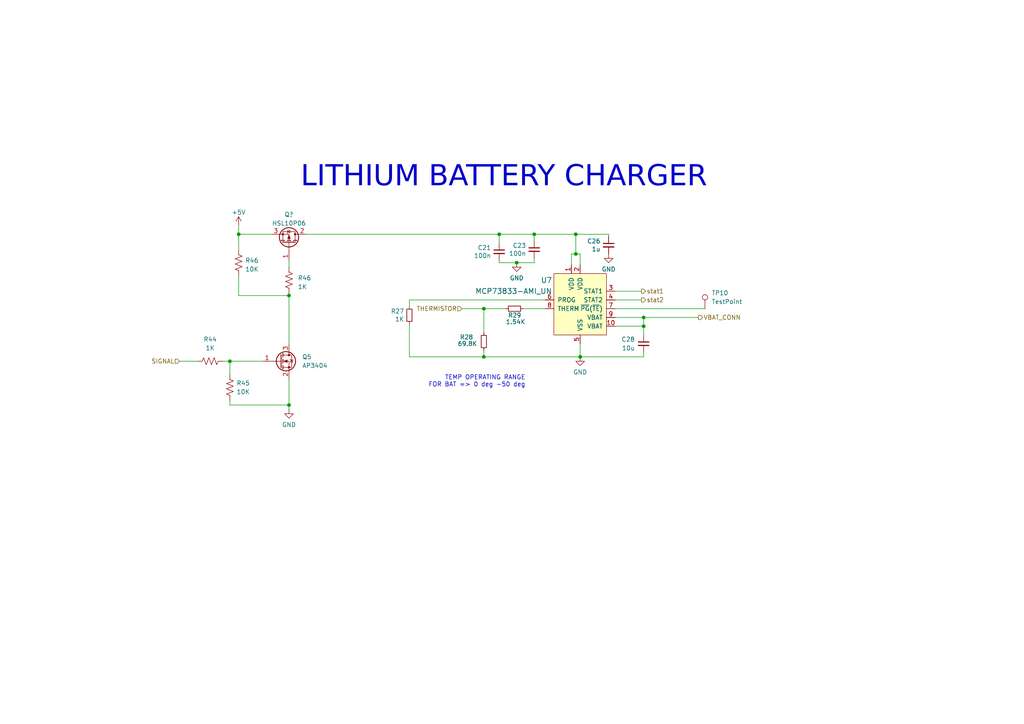
<source format=kicad_sch>
(kicad_sch (version 20230121) (generator eeschema)
  (paper "A4")
  (lib_symbols
    (symbol "Connector:TestPoint" (pin_numbers hide) (pin_names (offset 0.762) hide)
      (property "Reference" "TP" (at 0 6.858 0))
      (property "Value" "TestPoint" (at 0 5.08 0))
      (symbol "TestPoint_0_1"
        (circle (center 0 3.302) (radius 0.762))
      )
      (symbol "TestPoint_1_1"
        (pin passive line (at 0 0 90) (length 2.54) (name "1") (number "1"))
      )
    )
    (symbol "Device:C_Small" (pin_numbers hide) (pin_names (offset 0.254) hide)
      (property "Reference" "C" (at 0.254 1.778 0))
      (property "Value" "C_Small" (at 0.254 -2.032 0))
      (symbol "C_Small_0_1"
        (polyline (pts (xy -1.524 -0.508) (xy 1.524 -0.508)) (stroke (width 0.3302)))
        (polyline (pts (xy -1.524 0.508) (xy 1.524 0.508)) (stroke (width 0.3048)))
      )
      (symbol "C_Small_1_1"
        (pin passive line (at 0 2.54 270) (length 2.032) (name "~") (number "1"))
        (pin passive line (at 0 -2.54 90) (length 2.032) (name "~") (number "2"))
      )
    )
    (symbol "Device:Q_NMOS_GSD" (pin_names (offset 0) hide)
      (property "Reference" "Q" (at 5.08 1.27 0))
      (property "Value" "Q_NMOS_GSD" (at 5.08 -1.27 0))
      (symbol "Q_NMOS_GSD_0_1"
        (polyline (pts (xy 0.254 0) (xy -2.54 0)))
        (polyline (pts (xy 0.254 1.905) (xy 0.254 -1.905)) (stroke (width 0.254)))
        (polyline (pts (xy 0.762 -1.27) (xy 0.762 -2.286)) (stroke (width 0.254)))
        (polyline (pts (xy 0.762 0.508) (xy 0.762 -0.508)) (stroke (width 0.254)))
        (polyline (pts (xy 0.762 2.286) (xy 0.762 1.27)) (stroke (width 0.254)))
        (polyline (pts (xy 2.54 2.54) (xy 2.54 1.778)))
        (polyline (pts (xy 2.54 -2.54) (xy 2.54 0) (xy 0.762 0)))
        (polyline (pts (xy 0.762 -1.778) (xy 3.302 -1.778) (xy 3.302 1.778) (xy 0.762 1.778)))
        (polyline (pts (xy 1.016 0) (xy 2.032 0.381) (xy 2.032 -0.381) (xy 1.016 0)) (fill (type outline)))
        (polyline (pts (xy 2.794 0.508) (xy 2.921 0.381) (xy 3.683 0.381) (xy 3.81 0.254)))
        (polyline (pts (xy 3.302 0.381) (xy 2.921 -0.254) (xy 3.683 -0.254) (xy 3.302 0.381)))
        (circle (center 1.651 0) (radius 2.794) (stroke (width 0.254)))
        (circle (center 2.54 -1.778) (radius 0.254) (fill (type outline)))
        (circle (center 2.54 1.778) (radius 0.254) (fill (type outline)))
      )
      (symbol "Q_NMOS_GSD_1_1"
        (pin input line (at -5.08 0 0) (length 2.54) (name "G") (number "1"))
        (pin passive line (at 2.54 -5.08 90) (length 2.54) (name "S") (number "2"))
        (pin passive line (at 2.54 5.08 270) (length 2.54) (name "D") (number "3"))
      )
    )
    (symbol "Device:Q_PMOS_GDS" (pin_names (offset 0) hide)
      (property "Reference" "Q" (at 5.08 1.27 0))
      (property "Value" "Q_PMOS_GDS" (at 5.08 -1.27 0))
      (symbol "Q_PMOS_GDS_0_1"
        (polyline (pts (xy 0.254 0) (xy -2.54 0)))
        (polyline (pts (xy 0.254 1.905) (xy 0.254 -1.905)) (stroke (width 0.254)))
        (polyline (pts (xy 0.762 -1.27) (xy 0.762 -2.286)) (stroke (width 0.254)))
        (polyline (pts (xy 0.762 0.508) (xy 0.762 -0.508)) (stroke (width 0.254)))
        (polyline (pts (xy 0.762 2.286) (xy 0.762 1.27)) (stroke (width 0.254)))
        (polyline (pts (xy 2.54 2.54) (xy 2.54 1.778)))
        (polyline (pts (xy 2.54 -2.54) (xy 2.54 0) (xy 0.762 0)))
        (polyline (pts (xy 0.762 1.778) (xy 3.302 1.778) (xy 3.302 -1.778) (xy 0.762 -1.778)))
        (polyline (pts (xy 2.286 0) (xy 1.27 0.381) (xy 1.27 -0.381) (xy 2.286 0)) (fill (type outline)))
        (polyline (pts (xy 2.794 -0.508) (xy 2.921 -0.381) (xy 3.683 -0.381) (xy 3.81 -0.254)))
        (polyline (pts (xy 3.302 -0.381) (xy 2.921 0.254) (xy 3.683 0.254) (xy 3.302 -0.381)))
        (circle (center 1.651 0) (radius 2.794) (stroke (width 0.254)))
        (circle (center 2.54 -1.778) (radius 0.254) (fill (type outline)))
        (circle (center 2.54 1.778) (radius 0.254) (fill (type outline)))
      )
      (symbol "Q_PMOS_GDS_1_1"
        (pin input line (at -5.08 0 0) (length 2.54) (name "G") (number "1"))
        (pin passive line (at 2.54 5.08 270) (length 2.54) (name "D") (number "2"))
        (pin passive line (at 2.54 -5.08 90) (length 2.54) (name "S") (number "3"))
      )
    )
    (symbol "Device:R_Small" (pin_numbers hide) (pin_names (offset 0.254) hide)
      (property "Reference" "R" (at 0.762 0.508 0))
      (property "Value" "R_Small" (at 0.762 -1.016 0))
      (symbol "R_Small_0_1"
        (rectangle (start -0.762 1.778) (end 0.762 -1.778) (stroke (width 0.2032)))
      )
      (symbol "R_Small_1_1"
        (pin passive line (at 0 2.54 270) (length 0.762) (name "~") (number "1"))
        (pin passive line (at 0 -2.54 90) (length 0.762) (name "~") (number "2"))
      )
    )
    (symbol "Device:R_US" (pin_numbers hide) (pin_names (offset 0))
      (property "Reference" "R" (at 2.54 0 90))
      (property "Value" "R_US" (at -2.54 0 90))
      (symbol "R_US_0_1"
        (polyline (pts (xy 0 -2.286) (xy 0 -2.54)))
        (polyline (pts (xy 0 2.286) (xy 0 2.54)))
        (polyline (pts (xy 0 -0.762) (xy 1.016 -1.143) (xy 0 -1.524) (xy -1.016 -1.905) (xy 0 -2.286)))
        (polyline (pts (xy 0 0.762) (xy 1.016 0.381) (xy 0 0) (xy -1.016 -0.381) (xy 0 -0.762)))
        (polyline (pts (xy 0 2.286) (xy 1.016 1.905) (xy 0 1.524) (xy -1.016 1.143) (xy 0 0.762)))
      )
      (symbol "R_US_1_1"
        (pin passive line (at 0 3.81 270) (length 1.27) (name "~") (number "1"))
        (pin passive line (at 0 -3.81 90) (length 1.27) (name "~") (number "2"))
      )
    )
    (symbol "dk_PMIC-Battery-Chargers:MCP73833-AMI_UN" (pin_names (offset 1.016))
      (property "Reference" "U" (at -2.54 6.096 0))
      (property "Value" "MCP73833-AMI_UN" (at 2.794 -13.97 0))
      (symbol "MCP73833-AMI_UN_0_1"
        (rectangle (start -5.08 5.08) (end 10.16 -12.7) (fill (type background)))
      )
      (symbol "MCP73833-AMI_UN_1_1"
        (pin power_in line (at 0 7.62 270) (length 2.54) (name "VDD") (number "1"))
        (pin power_out line (at 12.7 -10.16 180) (length 2.54) (name "VBAT") (number "10"))
        (pin power_in line (at 2.54 7.62 270) (length 2.54) (name "VDD") (number "2"))
        (pin output line (at 12.7 0 180) (length 2.54) (name "STAT1") (number "3"))
        (pin output line (at 12.7 -2.54 180) (length 2.54) (name "STAT2") (number "4"))
        (pin power_in line (at 2.54 -15.24 90) (length 2.54) (name "VSS") (number "5"))
        (pin input line (at -7.62 -2.54 0) (length 2.54) (name "PROG") (number "6"))
        (pin output line (at 12.7 -5.08 180) (length 2.54) (name "~{PG}(~{TE})") (number "7"))
        (pin input line (at -7.62 -5.08 0) (length 2.54) (name "THERM") (number "8"))
        (pin power_out line (at 12.7 -7.62 180) (length 2.54) (name "VBAT") (number "9"))
      )
    )
    (symbol "power:+5V" (power) (pin_names (offset 0))
      (property "Value" "+5V" (at 0 3.556 0))
      (symbol "+5V_0_1"
        (polyline (pts (xy -0.762 1.27) (xy 0 2.54)))
        (polyline (pts (xy 0 0) (xy 0 2.54)))
        (polyline (pts (xy 0 2.54) (xy 0.762 1.27)))
      )
      (symbol "+5V_1_1"
        (pin power_in line (at 0 0 90) (length 0) hide (name "+5V") (number "1"))
      )
    )
    (symbol "power:GND" (power) (pin_names (offset 0))
      (property "Value" "GND" (at 0 -3.81 0))
      (symbol "GND_0_1"
        (polyline (pts (xy 0 0) (xy 0 -1.27) (xy 1.27 -1.27) (xy 0 -2.54) (xy -1.27 -1.27) (xy 0 -1.27)))
      )
      (symbol "GND_1_1"
        (pin power_in line (at 0 0 270) (length 0) hide (name "GND") (number "1"))
      )
    )
  )
  (junction (at 168.275 103.505))
  (junction (at 186.69 92.075))
  (junction (at 186.69 94.615))
  (junction (at 154.94 67.945))
  (junction (at 66.675 104.775))
  (junction (at 83.82 85.725))
  (junction (at 144.78 67.945))
  (junction (at 83.82 117.475))
  (junction (at 140.335 89.535))
  (junction (at 167.005 67.945))
  (junction (at 69.215 67.945))
  (junction (at 149.86 76.2))
  (junction (at 167.005 73.66))
  (junction (at 140.335 103.505))
  (wire (pts (xy 69.215 67.945) (xy 78.74 67.945)))
  (wire (pts (xy 186.69 92.075) (xy 186.69 94.615)))
  (wire (pts (xy 146.685 89.535) (xy 140.335 89.535)))
  (wire (pts (xy 186.69 94.615) (xy 178.435 94.615)))
  (wire (pts (xy 69.215 65.405) (xy 69.215 67.945)))
  (wire (pts (xy 140.335 89.535) (xy 140.335 96.52)))
  (wire (pts (xy 118.745 93.98) (xy 118.745 103.505)))
  (wire (pts (xy 168.275 73.66) (xy 168.275 76.835)))
  (wire (pts (xy 83.82 109.855) (xy 83.82 117.475)))
  (wire (pts (xy 186.055 84.455) (xy 178.435 84.455)))
  (wire (pts (xy 140.335 103.505) (xy 168.275 103.505)))
  (wire (pts (xy 165.735 73.66) (xy 165.735 76.835)))
  (wire (pts (xy 66.675 104.775) (xy 66.675 108.585)))
  (wire (pts (xy 83.82 77.47) (xy 83.82 75.565)))
  (wire (pts (xy 178.435 89.535) (xy 204.47 89.535)))
  (wire (pts (xy 64.77 104.775) (xy 66.675 104.775)))
  (wire (pts (xy 140.335 101.6) (xy 140.335 103.505)))
  (wire (pts (xy 66.675 116.205) (xy 66.675 117.475)))
  (wire (pts (xy 88.9 67.945) (xy 144.78 67.945)))
  (wire (pts (xy 176.53 68.58) (xy 176.53 67.945)))
  (wire (pts (xy 149.86 76.2) (xy 144.78 76.2)))
  (wire (pts (xy 69.215 85.725) (xy 69.215 80.01)))
  (wire (pts (xy 83.82 85.09) (xy 83.82 85.725)))
  (wire (pts (xy 186.69 102.235) (xy 186.69 103.505)))
  (wire (pts (xy 118.745 86.995) (xy 118.745 88.9)))
  (wire (pts (xy 168.275 103.505) (xy 186.69 103.505)))
  (wire (pts (xy 154.94 67.945) (xy 167.005 67.945)))
  (wire (pts (xy 158.115 89.535) (xy 151.765 89.535)))
  (wire (pts (xy 167.005 73.66) (xy 165.735 73.66)))
  (wire (pts (xy 167.005 67.945) (xy 167.005 73.66)))
  (wire (pts (xy 66.675 104.775) (xy 76.2 104.775)))
  (wire (pts (xy 154.94 67.945) (xy 154.94 69.85)))
  (wire (pts (xy 154.94 76.2) (xy 149.86 76.2)))
  (wire (pts (xy 66.675 117.475) (xy 83.82 117.475)))
  (wire (pts (xy 186.69 92.075) (xy 178.435 92.075)))
  (wire (pts (xy 158.115 86.995) (xy 118.745 86.995)))
  (wire (pts (xy 144.78 76.2) (xy 144.78 75.565)))
  (wire (pts (xy 69.215 72.39) (xy 69.215 67.945)))
  (wire (pts (xy 83.82 85.725) (xy 69.215 85.725)))
  (wire (pts (xy 144.78 67.945) (xy 154.94 67.945)))
  (wire (pts (xy 154.94 74.93) (xy 154.94 76.2)))
  (wire (pts (xy 83.82 117.475) (xy 83.82 118.745)))
  (wire (pts (xy 202.565 92.075) (xy 186.69 92.075)))
  (wire (pts (xy 176.53 67.945) (xy 167.005 67.945)))
  (wire (pts (xy 83.82 85.725) (xy 83.82 99.695)))
  (wire (pts (xy 140.335 89.535) (xy 133.985 89.535)))
  (wire (pts (xy 167.005 73.66) (xy 168.275 73.66)))
  (wire (pts (xy 178.435 86.995) (xy 186.055 86.995)))
  (wire (pts (xy 186.69 97.155) (xy 186.69 94.615)))
  (wire (pts (xy 168.275 103.505) (xy 168.275 99.695)))
  (wire (pts (xy 118.745 103.505) (xy 140.335 103.505)))
  (wire (pts (xy 52.07 104.775) (xy 57.15 104.775)))
  (wire (pts (xy 144.78 67.945) (xy 144.78 70.485)))
  (text "LITHIUM BATTERY CHARGER" (at 205.105 56.515 0) (effects (font (size 6 6)) (justify right bottom)))
  (text "TEMP OPERATING RANGE\nFOR BAT => 0 deg -50 deg" (at 152.4 112.395 0) (effects (font (size 1.27 1.27)) (justify right bottom)))
  (hierarchical_label "THERMISTOR" (shape input) (at 133.985 89.535 180))
  (hierarchical_label "VBAT_CONN" (shape output) (at 202.565 92.075 0))
  (hierarchical_label "SIGNAL" (shape input) (at 52.07 104.775 180))
  (hierarchical_label "stat2" (shape output) (at 186.055 86.995 0))
  (hierarchical_label "stat1" (shape output) (at 186.055 84.455 0))
  (symbol (lib_id "Device:C_Small") (at 144.78 73.025 0) (mirror y) (unit 1)
    (property "Reference" "C21" (at 142.4432 71.8566 0) (effects (justify left)))
    (property "Value" "100n" (at 142.4432 74.168 0) (effects (justify left)))
    (property "Footprint" "Capacitor_SMD:C_0402_1005Metric" (effects hide))
    (instances (project "ALERT_RIDER_HARDWARE" (path "" (reference "C21") (unit 1))) (project "RpiPico_Agriboard" (path "" (reference "C24") (unit 1))))
  )
  (symbol (lib_id "Device:R_US") (at 66.675 112.395 0) (unit 1)
    (property "Reference" "R45" (at 68.58 111.1249 0) (effects (justify left)))
    (property "Value" "10K" (at 68.58 113.6649 0) (effects (justify left)))
    (property "Footprint" "Resistor_SMD:R_0402_1005Metric" (effects hide))
    (instances (project "RpiPico_Agriboard" (path "" (reference "R45") (unit 1)) (path "" (reference "R32") (unit 1)) (path "" (reference "R49") (unit 1)) (path "" (reference "R27") (unit 1))))
  )
  (symbol (lib_id "Connector:TestPoint") (at 204.47 89.535 0) (unit 1)
    (property "Reference" "TP10" (at 206.375 84.9629 0) (effects (justify left)))
    (property "Value" "TestPoint" (at 206.375 87.5029 0) (effects (justify left)))
    (property "Footprint" "brilliant-kicad-library:TestPoint_Pad_D0.9mm" (effects hide))
    (instances (project "ALERT_RIDER_HARDWARE" (path "" (reference "TP10") (unit 1))) (project "RpiPico_Agriboard" (path "" (reference "TP5") (unit 1))))
  )
  (symbol (lib_id "power:GND") (at 83.82 118.745 0) (unit 1)
    (property "Reference" "#PWR0129" (effects hide))
    (property "Value" "GND" (at 83.82 123.19 0))
    (instances (project "RpiPico_Agriboard" (path "" (reference "#PWR0129") (unit 1)) (path "" (reference "#PWR0111") (unit 1)) (path "" (reference "#PWR0131") (unit 1)) (path "" (reference "#PWR087") (unit 1))))
  )
  (symbol (lib_id "Device:R_US") (at 83.82 81.28 0) (unit 1)
    (property "Reference" "R46" (at 86.36 80.645 0) (effects (justify left)))
    (property "Value" "1K" (at 86.36 83.185 0) (effects (justify left)))
    (property "Footprint" "Resistor_SMD:R_0402_1005Metric" (effects hide))
    (instances (project "RpiPico_Agriboard" (path "" (reference "R46") (unit 1)) (path "" (reference "R33") (unit 1)) (path "" (reference "R51") (unit 1)) (path "" (reference "R25") (unit 1))))
  )
  (symbol (lib_id "Device:C_Small") (at 176.53 71.12 0) (mirror y) (unit 1)
    (property "Reference" "C26" (at 174.1932 69.9516 0) (effects (justify left)))
    (property "Value" "1u" (at 174.1932 72.263 0) (effects (justify left)))
    (property "Footprint" "Capacitor_SMD:C_0603_1608Metric" (effects hide))
    (instances (project "ALERT_RIDER_HARDWARE" (path "" (reference "C26") (unit 1))) (project "RpiPico_Agriboard" (path "" (reference "C22") (unit 1))))
  )
  (symbol (lib_id "power:GND") (at 149.86 76.2 0) (mirror y) (unit 1)
    (property "Reference" "#PWR051" (effects hide))
    (property "Value" "GND" (at 149.86 80.645 0))
    (instances (project "ALERT_RIDER_HARDWARE" (path "" (reference "#PWR051") (unit 1))) (project "RpiPico_Agriboard" (path "" (reference "#PWR086") (unit 1))))
  )
  (symbol (lib_id "Device:C_Small") (at 154.94 72.39 0) (mirror y) (unit 1)
    (property "Reference" "C23" (at 152.6032 71.2216 0) (effects (justify left)))
    (property "Value" "100n" (at 152.6032 73.533 0) (effects (justify left)))
    (property "Footprint" "Capacitor_SMD:C_0402_1005Metric" (effects hide))
  )
  (symbol (lib_id "Device:C_Small") (at 186.69 99.695 0) (mirror y) (unit 1)
    (property "Reference" "C28" (at 184.15 98.4312 0) (effects (justify left)))
    (property "Value" "10u" (at 184.15 100.9712 0) (effects (justify left)))
    (property "Footprint" "Capacitor_SMD:C_0603_1608Metric" (effects hide))
    (instances (project "ALERT_RIDER_HARDWARE" (path "" (reference "C28") (unit 1))) (project "RpiPico_Agriboard" (path "" (reference "C25") (unit 1))))
  )
  (symbol (lib_id "power:+5V") (at 69.215 65.405 0) (unit 1)
    (property "Reference" "#PWR083" (effects hide))
    (property "Value" "+5V" (at 69.215 61.595 0))
  )
  (symbol (lib_id "Device:R_Small") (at 140.335 99.06 0) (mirror x) (unit 1)
    (property "Reference" "R28" (at 133.35 97.79 0) (effects (justify left)))
    (property "Value" "69.8K" (at 132.715 99.695 0) (effects (justify left)))
    (property "Footprint" "Resistor_SMD:R_0402_1005Metric" (effects hide))
    (instances (project "ALERT_RIDER_HARDWARE" (path "" (reference "R28") (unit 1))) (project "RpiPico_Agriboard" (path "" (reference "R19") (unit 1))))
  )
  (symbol (lib_id "Device:Q_NMOS_GSD") (at 81.28 104.775 0) (unit 1)
    (property "Reference" "Q5" (at 87.63 103.5049 0) (effects (justify left)))
    (property "Value" "AP3404" (at 87.63 106.0449 0) (effects (justify left)))
    (property "Footprint" "Package_TO_SOT_SMD:SOT-23" (effects hide))
    (instances (project "RpiPico_Agriboard" (path "" (reference "Q5") (unit 1)) (path "" (reference "Q2") (unit 1)) (path "" (reference "Q7") (unit 1)) (path "" (reference "Q12") (unit 1))))
  )
  (symbol (lib_id "dk_PMIC-Battery-Chargers:MCP73833-AMI_UN") (at 165.735 84.455 0) (unit 1)
    (property "Reference" "U7" (at 156.845 81.28 0) (effects (font (size 1.524 1.524)) (justify left)))
    (property "Value" "MCP73833-AMI_UN" (at 137.795 84.455 0) (effects (font (size 1.524 1.524)) (justify left)))
    (property "Footprint" "digikey-footprints:MSOP-10_W3mm" (effects hide))
    (property "Datasheet" "http://www.microchip.com/mymicrochip/filehandler.aspx?ddocname=en027983" (effects hide))
    (property "Digi-Key_PN" "MCP73833-AMI/UN-ND" (effects hide))
    (property "MPN" "MCP73833-AMI/UN" (effects hide))
    (property "Category" "Integrated Circuits (ICs)" (effects hide))
    (property "Family" "PMIC - Battery Chargers" (effects hide))
    (property "DK_Datasheet_Link" "http://www.microchip.com/mymicrochip/filehandler.aspx?ddocname=en027983" (effects hide))
    (property "DK_Detail_Page" "/product-detail/en/microchip-technology/MCP73833-AMI-UN/MCP73833-AMI-UN-ND/1223157" (effects hide))
    (property "Description" "IC LI-ION/LI-POLY CTRLR 10MSOP" (effects hide))
    (property "Manufacturer" "Microchip Technology" (effects hide))
    (property "Status" "Active" (effects hide))
    (instances (project "ALERT_RIDER_HARDWARE" (path "" (reference "U7") (unit 1))) (project "RpiPico_Agriboard" (path "" (reference "U9") (unit 1))))
  )
  (symbol (lib_id "Device:R_US") (at 69.215 76.2 0) (unit 1)
    (property "Reference" "R46" (at 71.12 75.565 0) (effects (justify left)))
    (property "Value" "10K" (at 71.12 78.105 0) (effects (justify left)))
    (property "Footprint" "Resistor_SMD:R_0402_1005Metric" (effects hide))
    (instances (project "RpiPico_Agriboard" (path "" (reference "R46") (unit 1)) (path "" (reference "R33") (unit 1)) (path "" (reference "R51") (unit 1)) (path "" (reference "R24") (unit 1))))
  )
  (symbol (lib_id "Device:Q_PMOS_GDS") (at 83.82 70.485 270) (mirror x) (unit 1)
    (property "Reference" "Q?" (at 83.82 62.23 90))
    (property "Value" "HSL10P06\n" (at 83.82 64.77 90))
    (property "Footprint" "Package_TO_SOT_SMD:SOT-223" (effects hide))
    (instances (project "RpiPico_Agriboard" (path "" (reference "Q?") (unit 1)) (path "" (reference "Q1") (unit 1))))
  )
  (symbol (lib_id "power:GND") (at 168.275 103.505 0) (mirror y) (unit 1)
    (property "Reference" "#PWR054" (effects hide))
    (property "Value" "GND" (at 168.275 107.95 0))
    (instances (project "ALERT_RIDER_HARDWARE" (path "" (reference "#PWR054") (unit 1))) (project "RpiPico_Agriboard" (path "" (reference "#PWR088") (unit 1))))
  )
  (symbol (lib_id "power:GND") (at 176.53 73.66 0) (mirror y) (unit 1)
    (property "Reference" "#PWR056" (effects hide))
    (property "Value" "GND" (at 176.53 78.105 0))
    (instances (project "ALERT_RIDER_HARDWARE" (path "" (reference "#PWR056") (unit 1))) (project "RpiPico_Agriboard" (path "" (reference "#PWR085") (unit 1))))
  )
  (symbol (lib_id "Device:R_US") (at 60.96 104.775 90) (unit 1)
    (property "Reference" "R44" (at 60.96 98.425 90))
    (property "Value" "1K" (at 60.96 100.965 90))
    (property "Footprint" "Resistor_SMD:R_0402_1005Metric" (effects hide))
    (instances (project "RpiPico_Agriboard" (path "" (reference "R44") (unit 1)) (path "" (reference "R31") (unit 1)) (path "" (reference "R48") (unit 1)) (path "" (reference "R26") (unit 1))))
  )
  (symbol (lib_id "Device:R_Small") (at 118.745 91.44 0) (mirror y) (unit 1)
    (property "Reference" "R27" (at 117.2464 90.2716 0) (effects (justify left)))
    (property "Value" "1K" (at 117.2464 92.583 0) (effects (justify left)))
    (property "Footprint" "Resistor_SMD:R_0402_1005Metric" (effects hide))
    (instances (project "ALERT_RIDER_HARDWARE" (path "" (reference "R27") (unit 1))) (project "RpiPico_Agriboard" (path "" (reference "R18") (unit 1))))
  )
  (symbol (lib_id "Device:R_Small") (at 149.225 89.535 270) (mirror x) (unit 1)
    (property "Reference" "R29" (at 147.32 91.44 90) (effects (justify left)))
    (property "Value" "1.54K" (at 146.685 93.345 90) (effects (justify left)))
    (property "Footprint" "Resistor_SMD:R_0402_1005Metric" (effects hide))
    (instances (project "ALERT_RIDER_HARDWARE" (path "" (reference "R29") (unit 1))) (project "RpiPico_Agriboard" (path "" (reference "R17") (unit 1))))
  )
)
</source>
